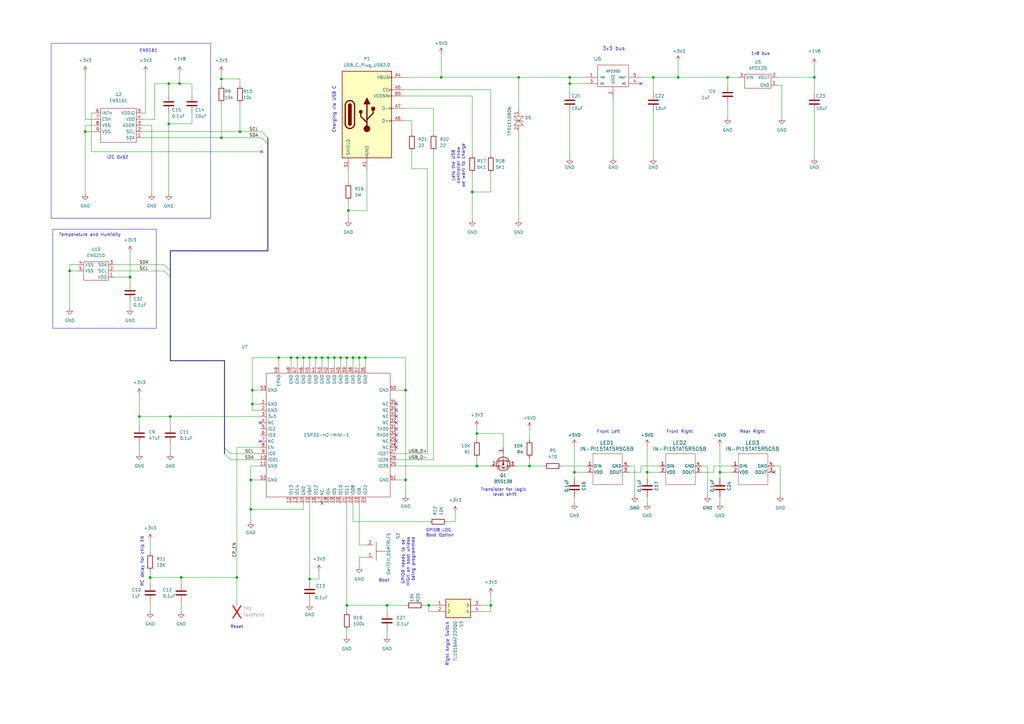
<source format=kicad_sch>
(kicad_sch (version 20250114) (generator "eeschema") (generator_version "9.0")
  (paper "A3")
  (lib_symbols
    (symbol "Connector:TestPoint" (pin_numbers (hide yes)) (pin_names (offset 0.762) (hide yes))
      (property "Reference" "TP" (at 0 6.858 0))
      (property "Value" "TestPoint" (at 0 5.08 0))
      (symbol "TestPoint_1_1"
        (pin passive line (at 0 0 90) (length 2.54) (name "1") (number "1"))
      )
    )
    (symbol "Connector:USB_C_Plug_USB2.0" (pin_names (offset 1.016))
      (property "Reference" "P" (at -10.16 19.05 0))
      (property "Value" "USB_C_Plug_USB2.0" (at 12.7 19.05 0))
      (symbol "USB_C_Plug_USB2.0_1_1"
        (pin passive line (at -7.62 -22.86 90) (length 5.08) (name "SHIELD") (number "S1"))
        (pin passive line (at 0 -22.86 90) (length 5.08) (name "GND") (number "A1"))
        (pin passive line (at 0 -22.86 90) (length 5.08) (hide yes) (name "GND") (number "A12"))
        (pin passive line (at 0 -22.86 90) (length 5.08) (hide yes) (name "GND") (number "B1"))
        (pin passive line (at 0 -22.86 90) (length 5.08) (hide yes) (name "GND") (number "B12"))
        (pin passive line (at 15.24 15.24 180) (length 5.08) (name "VBUS") (number "A4"))
        (pin passive line (at 15.24 15.24 180) (length 5.08) (hide yes) (name "VBUS") (number "A9"))
        (pin passive line (at 15.24 15.24 180) (length 5.08) (hide yes) (name "VBUS") (number "B4"))
        (pin passive line (at 15.24 15.24 180) (length 5.08) (hide yes) (name "VBUS") (number "B9"))
        (pin bidirectional line (at 15.24 10.16 180) (length 5.08) (name "CC") (number "A5"))
        (pin bidirectional line (at 15.24 7.62 180) (length 5.08) (name "VCONN") (number "B5"))
        (pin bidirectional line (at 15.24 2.54 180) (length 5.08) (name "D-") (number "A7"))
        (pin bidirectional line (at 15.24 -2.54 180) (length 5.08) (name "D+") (number "A6"))
      )
    )
    (symbol "Device:C" (pin_numbers (hide yes)) (pin_names (offset 0.254))
      (property "Reference" "C" (at 0.635 2.54 0))
      (property "Value" "C" (at 0.635 -2.54 0))
      (symbol "C_1_1"
        (pin passive line (at 0 3.81 270) (length 2.794) (name "~") (number "1"))
        (pin passive line (at 0 -3.81 90) (length 2.794) (name "~") (number "2"))
      )
    )
    (symbol "Device:R" (pin_numbers (hide yes)) (pin_names (offset 0))
      (property "Reference" "R" (at 2.032 0 90))
      (property "Value" "R" (at 0 0 90))
      (symbol "R_1_1"
        (pin passive line (at 0 3.81 270) (length 1.27) (name "~") (number "1"))
        (pin passive line (at 0 -3.81 90) (length 1.27) (name "~") (number "2"))
      )
    )
    (symbol "GND_1" (power) (pin_names (offset 0))
      (property "Value" "GND_1" (at 0 -3.81 0))
      (symbol "GND_1_1_1"
        (pin power_in line (at 0 0 270) (length 0) (hide yes) (name "GND") (number "1"))
      )
    )
    (symbol "SAMC21_breakout-rescue:+3V3-power" (power) (pin_names (offset 0))
      (property "Value" "power:+3V3" (at 0 3.556 0))
      (symbol "+3V3-power_1_1"
        (pin power_in line (at 0 0 90) (length 0) (hide yes) (name "+3V3") (number "1"))
      )
    )
    (symbol "SAMC21_breakout-rescue:AP2204" (pin_names (offset 1.016))
      (property "Reference" "U" (at -5.08 8.89 0))
      (property "Value" "AP2204" (at 0 3.81 0))
      (symbol "AP2204_1_1"
        (pin input line (at -11.43 1.27 0) (length 5.08) (name "VIN") (number "1"))
        (pin input line (at -11.43 -1.27 0) (length 5.08) (name "EN") (number "3"))
        (pin input line (at 0 -7.62 90) (length 5.08) (name "GND") (number "2"))
        (pin input line (at 11.43 1.27 180) (length 5.08) (name "VOUT") (number "5"))
        (pin input line (at 11.43 -1.27 180) (length 5.08) (name "NC") (number "4"))
      )
    )
    (symbol "SAMC21_breakout-rescue:C" (pin_numbers (hide yes)) (pin_names (offset 0.254))
      (property "Reference" "C" (at 0.635 2.54 0))
      (property "Value" "C" (at 0.635 -2.54 0))
      (symbol "C_1_1"
        (pin passive line (at 0 3.81 270) (length 2.794) (name "~") (number "1"))
        (pin passive line (at 0 -3.81 90) (length 2.794) (name "~") (number "2"))
      )
    )
    (symbol "SAMC21_breakout-rescue:GND" (power) (pin_names (offset 0))
      (property "Value" "GND" (at 0 -3.81 0))
      (symbol "GND_1_1"
        (pin power_in line (at 0 0 270) (length 0) (hide yes) (name "GND") (number "1"))
      )
    )
    (symbol "Transistor_FET:BSS138" (pin_names (hide yes))
      (property "Reference" "Q" (at 5.08 1.905 0))
      (property "Value" "BSS138" (at 5.08 0 0))
      (symbol "BSS138_1_1"
        (pin input line (at -5.08 0 0) (length 2.54) (name "G") (number "1"))
        (pin passive line (at 2.54 5.08 270) (length 2.54) (name "D") (number "3"))
        (pin passive line (at 2.54 -5.08 90) (length 2.54) (name "S") (number "2"))
      )
    )
    (symbol "custom_IC:AP2120"
      (property "Reference" "U" (at -3.81 5.08 0))
      (property "Value" "AP2120" (at 0 -3.81 0))
      (symbol "AP2120_1_1"
        (pin input line (at -7.62 1.905 0) (length 2.54) (name "GND") (number "1"))
        (pin input line (at -7.62 -1.27 0) (length 2.54) (name "VOUT") (number "2"))
        (pin input line (at 8.255 -1.27 180) (length 2.54) (name "VIN") (number "3"))
      )
    )
    (symbol "custom_IC:ENS161"
      (property "Reference" "U" (at -5.715 8.89 0))
      (property "Value" "ENS161" (at 0.635 -8.89 0))
      (symbol "ENS161_1_1"
        (pin input line (at -9.525 5.08 0) (length 2.54) (name "SDA") (number "1"))
        (pin input line (at -9.525 2.54 0) (length 2.54) (name "SCL") (number "2"))
        (pin input line (at -9.525 0 0) (length 2.54) (name "ADDR") (number "3"))
        (pin input line (at -9.525 -2.54 0) (length 2.54) (name "VDD") (number "4"))
        (pin input line (at -9.525 -5.08 0) (length 2.54) (name "VDDIO") (number "5"))
        (pin input line (at 10.16 2.54 180) (length 2.54) (name "VSS") (number "9"))
        (pin input line (at 10.16 0 180) (length 2.54) (name "VSS") (number "8"))
        (pin input line (at 10.16 -2.54 180) (length 2.54) (name "CSn") (number "7"))
        (pin input line (at 10.16 -5.08 180) (length 2.54) (name "INTn") (number "6"))
      )
    )
    (symbol "custom_IC:ENS210"
      (property "Reference" "U" (at -5.08 6.35 0))
      (property "Value" "ENS210" (at 0 -5.715 0))
      (symbol "ENS210_1_1"
        (pin input line (at -7.62 2.54 0) (length 2.54) (name "VDD") (number "1"))
        (pin input line (at -7.62 0 0) (length 2.54) (name "SCL") (number "2"))
        (pin input line (at -7.62 -2.54 0) (length 2.54) (name "SDA") (number "3"))
        (pin input line (at 7.62 0 180) (length 2.54) (name "VSS") (number "5"))
        (pin input line (at 7.62 -2.54 180) (length 2.54) (name "VSS") (number "4"))
      )
    )
    (symbol "custom_IC:ESP32-H2-MINI-1"
      (property "Reference" "U" (at -12.7 21.59 0))
      (property "Value" "ESP32-H2-MINI-1" (at 15.24 -40.005 0))
      (symbol "ESP32-H2-MINI-1_1_1"
        (pin input line (at -9.525 15.875 0) (length 2.54) (name "GND") (number "53"))
        (pin input line (at -9.525 10.16 0) (length 2.54) (name "GND") (number "1"))
        (pin input line (at -9.525 7.62 0) (length 2.54) (name "GND") (number "2"))
        (pin input line (at -9.525 5.08 0) (length 2.54) (name "3v3") (number "3"))
        (pin input line (at -9.525 2.54 0) (length 2.54) (name "NC") (number "4"))
        (pin input line (at -9.525 0 0) (length 2.54) (name "IO2") (number "5"))
        (pin input line (at -9.525 -2.54 0) (length 2.54) (name "IO3") (number "6"))
        (pin input line (at -9.525 -5.08 0) (length 2.54) (name "NC") (number "7"))
        (pin input line (at -9.525 -7.62 0) (length 2.54) (name "EN") (number "8"))
        (pin input line (at -9.525 -10.16 0) (length 2.54) (name "IO0") (number "9"))
        (pin input line (at -9.525 -12.7 0) (length 2.54) (name "IO01") (number "10"))
        (pin input line (at -9.525 -15.24 0) (length 2.54) (name "GND") (number "11"))
        (pin input line (at -9.525 -20.955 0) (length 2.54) (name "GND") (number "52"))
        (pin input line (at -1.905 25.4 270) (length 2.54) (name "EPAD") (number "49"))
        (pin input line (at 3.175 25.4 270) (length 2.54) (name "GND") (number "48"))
        (pin input line (at 3.175 -30.48 90) (length 2.54) (name "IO13") (number "12"))
        (pin input line (at 5.715 25.4 270) (length 2.54) (name "GND") (number "47"))
        (pin input line (at 5.715 -30.48 90) (length 2.54) (name "IO14") (number "13"))
        (pin input line (at 8.255 25.4 270) (length 2.54) (name "GND") (number "46"))
        (pin input line (at 8.255 -30.48 90) (length 2.54) (name "GND") (number "14"))
        (pin input line (at 10.795 25.4 270) (length 2.54) (name "GND") (number "45"))
        (pin input line (at 10.795 -30.48 90) (length 2.54) (name "VBAT") (number "15"))
        (pin input line (at 13.335 25.4 270) (length 2.54) (name "GND") (number "44"))
        (pin input line (at 13.335 -30.48 90) (length 2.54) (name "IO12") (number "16"))
        (pin input line (at 15.875 25.4 270) (length 2.54) (name "GND") (number "43"))
        (pin input line (at 15.875 -30.48 90) (length 2.54) (name "NC") (number "17"))
        (pin input line (at 18.415 25.4 270) (length 2.54) (name "GND") (number "42"))
        (pin input line (at 18.415 -30.48 90) (length 2.54) (name "IO4") (number "18"))
        (pin input line (at 20.955 25.4 270) (length 2.54) (name "GND") (number "41"))
        (pin input line (at 20.955 -30.48 90) (length 2.54) (name "IO5") (number "19"))
        (pin input line (at 23.495 25.4 270) (length 2.54) (name "GND") (number "40"))
        (pin input line (at 23.495 -30.48 90) (length 2.54) (name "IO10") (number "20"))
        (pin input line (at 26.035 25.4 270) (length 2.54) (name "GND") (number "39"))
        (pin input line (at 26.035 -30.48 90) (length 2.54) (name "IO11") (number "21"))
        (pin input line (at 28.575 25.4 270) (length 2.54) (name "GND") (number "38"))
        (pin input line (at 28.575 -30.48 90) (length 2.54) (name "IO08") (number "22"))
        (pin input line (at 31.115 25.4 270) (length 2.54) (name "GND") (number "37"))
        (pin input line (at 31.115 -30.48 90) (length 2.54) (name "IO9") (number "23"))
        (pin input line (at 33.655 25.4 270) (length 2.54) (name "GND") (number "36"))
        (pin input line (at 33.655 -30.48 90) (length 2.54) (name "IO22") (number "24"))
        (pin input line (at 46.355 15.875 180) (length 2.54) (name "GND") (number "50"))
        (pin input line (at 46.355 10.16 180) (length 2.54) (name "NC") (number "35"))
        (pin input line (at 46.355 7.62 180) (length 2.54) (name "NC") (number "34"))
        (pin input line (at 46.355 5.08 180) (length 2.54) (name "NC") (number "33"))
        (pin input line (at 46.355 2.54 180) (length 2.54) (name "NC") (number "32"))
        (pin input line (at 46.355 0 180) (length 2.54) (name "TXD0") (number "31"))
        (pin input line (at 46.355 -2.54 180) (length 2.54) (name "RXD0") (number "30"))
        (pin input line (at 46.355 -5.08 180) (length 2.54) (name "NC") (number "29"))
        (pin input line (at 46.355 -7.62 180) (length 2.54) (name "NC") (number "28"))
        (pin input line (at 46.355 -10.16 180) (length 2.54) (name "IO27") (number "27"))
        (pin input line (at 46.355 -12.7 180) (length 2.54) (name "IO26") (number "26"))
        (pin input line (at 46.355 -15.24 180) (length 2.54) (name "IO25") (number "25"))
        (pin input line (at 46.355 -20.955 180) (length 2.54) (name "GND") (number "51"))
      )
    )
    (symbol "custom_IC:IN-PI15TAT5R5G5B" (pin_names (offset 0.254))
      (property "Reference" "LED" (at 0 10.16 0))
      (property "Value" "IN-PI15TAT5R5G5B" (at 0 7.62 0))
      (symbol "IN-PI15TAT5R5G5B_1_1"
        (pin input line (at -8.255 0.635 0) (length 2.54) (name "DIN") (number "1"))
        (pin power_in line (at -8.255 -1.905 0) (length 2.54) (name "VDD") (number "2"))
        (pin power_out line (at 8.89 0.635 180) (length 2.54) (name "GND") (number "4"))
        (pin output line (at 8.89 -1.905 180) (length 2.54) (name "DOUT") (number "3"))
      )
    )
    (symbol "custom_IC:TL1016AAF220QG"
      (property "Reference" "S" (at 16.51 7.62 0))
      (property "Value" "TL1016AAF220QG" (at 16.51 5.08 0))
      (symbol "TL1016AAF220QG_1_1"
        (pin passive line (at 0 0 0) (length 5.08) (name "1") (number "1"))
        (pin passive line (at 0 -2.54 0) (length 5.08) (name "2") (number "2"))
        (pin passive line (at 20.32 0 180) (length 5.08) (name "3") (number "3"))
        (pin passive line (at 20.32 -2.54 180) (length 5.08) (name "4") (number "4"))
      )
    )
    (symbol "custom_IC:TL4100AF240QG_"
      (property "Reference" "S" (at -3.81 7.62 0))
      (property "Value" "TL4100AF240QG_" (at 0 -5.08 0))
      (symbol "TL4100AF240QG__1_1"
        (pin input line (at 3.81 3.81 180) (length 2.54) (name "") (number "1"))
        (pin input line (at 3.81 -1.27 180) (length 2.54) (name "") (number "2"))
      )
    )
    (symbol "custom_IC:TPD1E10B06DPYR"
      (property "Reference" "D" (at -3.81 5.715 0))
      (property "Value" "TPD1E10B06DPYR" (at 0 -12.065 0))
      (symbol "TPD1E10B06DPYR_1_1"
        (pin input line (at 0 4.445 270) (length 2.54) (name "") (number "1"))
        (pin input line (at 0 -4.445 90) (length 2.54) (name "") (number "2"))
      )
    )
    (symbol "power:+1V8" (power) (pin_names (offset 0))
      (property "Value" "+1V8" (at 0 3.556 0))
      (symbol "+1V8_1_1"
        (pin power_in line (at 0 0 90) (length 0) (hide yes) (name "+1V8") (number "1"))
      )
    )
    (symbol "power:+3V3" (power) (pin_names (offset 0))
      (property "Value" "+3V3" (at 0 3.556 0))
      (symbol "+3V3_1_1"
        (pin power_in line (at 0 0 90) (length 0) (hide yes) (name "+3V3") (number "1"))
      )
    )
    (symbol "power:+5VD" (power) (pin_numbers (hide yes)) (pin_names (offset 0) (hide yes))
      (property "Value" "+5VD" (at 0 3.556 0))
      (symbol "+5VD_1_1"
        (pin power_in line (at 0 0 90) (length 0) (name "~") (number "1"))
      )
    )
    (symbol "power:GND" (power) (pin_names (offset 0))
      (property "Value" "GND" (at 0 -3.81 0))
      (symbol "GND_1_1"
        (pin power_in line (at 0 0 270) (length 0) (hide yes) (name "GND") (number "1"))
      )
    )
  )
  (text "Charging via USB C" (at 137.795 54.61 90) (effects (font (size 1.27 1.27)) (justify left bottom)))
  (text "Rear Right" (at 308.61 177.165 0) (effects (font (size 1.27 1.27))))
  (text "Transistor for logic \nlevel shift" (at 207.01 201.93 0) (effects (font (size 1.27 1.27))))
  (text "GPIO8 LOG\nBoot Option" (at 174.625 220.345 0) (effects (font (size 1.27 1.27)) (justify left bottom)))
  (text "1v8 bus" (at 307.975 22.86 0) (effects (font (size 1.27 1.27)) (justify left bottom)))
  (text "Boot" (at 157.48 238.125 0) (effects (font (size 1.27 1.27))))
  (text "Right Angle Switch" (at 183.515 264.16 90) (effects (font (size 1.27 1.27))))
  (text "Lets the USB\ncontroller know\nwe want to charge" (at 187.96 67.945 90) (effects (font (size 1.27 1.27))))
  (text "Front Right" (at 278.765 177.165 0) (effects (font (size 1.27 1.27))))
  (text "ENS161" (at 57.15 21.59 0) (effects (font (size 1.27 1.27)) (justify left bottom)))
  (text "3v3 bus" (at 247.015 20.955 0) (effects (font (size 1.524 1.524)) (justify left bottom)))
  (text "GPIO9 needs to be \nHIGH on boot unless\nbeing programmed" (at 170.18 220.345 90) (effects (font (size 1.27 1.27)) (justify right bottom)))
  (text "Front Left" (at 249.555 177.165 0) (effects (font (size 1.27 1.27))))
  (text "I2C 0x52" (at 52.705 65.405 0) (effects (font (size 1.27 1.27)) (justify right bottom)))
  (text "RC delay for chip EN" (at 59.055 240.665 90) (effects (font (size 1.27 1.27)) (justify left bottom)))
  (text "Reset" (at 97.155 257.175 0) (effects (font (size 1.27 1.27))))
  (text "Temperature and Humidity" (at 24.13 97.155 0) (effects (font (size 1.27 1.27)) (justify left bottom)))
  (junction (at 139.7 146.685))
  (junction (at 212.725 31.75))
  (junction (at 28.575 111.125))
  (junction (at 103.505 160.02))
  (junction (at 34.925 53.975))
  (junction (at 180.975 31.75))
  (junction (at 127 237.49))
  (junction (at 134.62 146.685))
  (junction (at 74.295 236.855))
  (junction (at 121.92 146.685))
  (junction (at 233.68 34.29))
  (junction (at 233.68 31.75))
  (junction (at 57.15 170.815))
  (junction (at 129.54 146.685))
  (junction (at 69.85 170.815))
  (junction (at 278.13 31.75))
  (junction (at 132.08 146.685))
  (junction (at 69.215 34.29))
  (junction (at 137.16 146.685))
  (junction (at 102.87 196.85))
  (junction (at 193.675 78.74))
  (junction (at 265.43 193.675))
  (junction (at 295.275 193.675))
  (junction (at 142.24 248.285))
  (junction (at 124.46 146.685))
  (junction (at 142.24 146.685))
  (junction (at 103.505 165.735))
  (junction (at 217.17 191.135))
  (junction (at 119.38 146.685))
  (junction (at 298.45 31.75))
  (junction (at 144.78 146.685))
  (junction (at 201.295 248.285))
  (junction (at 102.87 208.915))
  (junction (at 127 146.685))
  (junction (at 195.58 177.8))
  (junction (at 175.895 248.285))
  (junction (at 114.3 146.685))
  (junction (at 97.155 236.855))
  (junction (at 235.585 193.675))
  (junction (at 142.875 86.36))
  (junction (at 334.01 31.75))
  (junction (at 166.37 196.85))
  (junction (at 90.805 32.385))
  (junction (at 98.425 53.975))
  (junction (at 53.34 113.665))
  (junction (at 166.37 160.02))
  (junction (at 90.805 56.515))
  (junction (at 73.66 34.29))
  (junction (at 149.86 146.685))
  (junction (at 147.32 146.685))
  (junction (at 267.97 31.75))
  (junction (at 61.595 236.855))
  (junction (at 158.75 248.285))
  (junction (at 69.215 50.8))
  (junction (at 195.58 191.135))
  (no_connect (at 107.315 62.23))
  (no_connect (at 162.56 175.895))
  (no_connect (at 162.56 183.515))
  (no_connect (at 162.56 180.975))
  (no_connect (at 162.56 168.275))
  (no_connect (at 162.56 173.355))
  (no_connect (at 162.56 170.815))
  (no_connect (at 106.68 180.975))
  (no_connect (at 317.5 193.675))
  (no_connect (at 262.89 34.29))
  (no_connect (at 132.08 206.375))
  (no_connect (at 162.56 165.735))
  (no_connect (at 162.56 178.435))
  (no_connect (at 106.68 173.355))
  (bus_entry (at 92.075 183.515) (size 2.54 2.54))
  (bus_entry (at 67.31 108.585) (size 2.54 2.54))
  (bus_entry (at 107.315 56.515) (size 2.54 2.54))
  (bus_entry (at 67.31 111.125) (size 2.54 2.54))
  (bus_entry (at 92.075 186.055) (size 2.54 2.54))
  (bus_entry (at 107.315 53.975) (size 2.54 2.54))
  (wire (pts (xy 298.45 42.545) (xy 298.45 48.26)))
  (wire (pts (xy 58.42 46.355) (xy 59.69 46.355)))
  (wire (pts (xy 121.92 146.685) (xy 121.92 150.495)))
  (wire (pts (xy 158.75 248.285) (xy 166.37 248.285)))
  (wire (pts (xy 267.97 31.75) (xy 278.13 31.75)))
  (wire (pts (xy 235.585 203.835) (xy 235.585 206.375)))
  (wire (pts (xy 177.8 44.45) (xy 165.735 44.45)))
  (wire (pts (xy 262.89 193.675) (xy 262.89 191.135)))
  (wire (pts (xy 158.75 258.445) (xy 158.75 260.985)))
  (wire (pts (xy 265.43 203.835) (xy 265.43 206.375)))
  (wire (pts (xy 103.505 168.275) (xy 103.505 165.735)))
  (wire (pts (xy 34.925 51.435) (xy 38.735 51.435)))
  (wire (pts (xy 94.615 188.595) (xy 106.68 188.595)))
  (wire (pts (xy 212.725 53.975) (xy 212.725 90.17)))
  (wire (pts (xy 127 206.375) (xy 127 237.49)))
  (wire (pts (xy 37.465 62.23) (xy 107.315 62.23)))
  (wire (pts (xy 142.24 248.285) (xy 158.75 248.285)))
  (wire (pts (xy 124.46 146.685) (xy 124.46 150.495)))
  (polyline (pts (xy 64.135 93.98) (xy 64.135 134.62)))
  (wire (pts (xy 46.99 113.665) (xy 53.34 113.665)))
  (wire (pts (xy 69.215 46.355) (xy 69.215 50.8)))
  (polyline (pts (xy 64.135 134.62) (xy 21.59 134.62)))
  (wire (pts (xy 124.46 146.685) (xy 127 146.685)))
  (wire (pts (xy 320.04 191.135) (xy 320.04 203.2)))
  (wire (pts (xy 267.97 64.77) (xy 267.97 45.72)))
  (polyline (pts (xy 21.59 134.62) (xy 21.59 93.98)))
  (wire (pts (xy 287.655 193.675) (xy 292.735 193.675)))
  (wire (pts (xy 127 238.76) (xy 127 237.49)))
  (wire (pts (xy 180.975 22.225) (xy 180.975 31.75)))
  (wire (pts (xy 121.92 146.685) (xy 124.46 146.685)))
  (wire (pts (xy 90.805 32.385) (xy 90.805 34.925)))
  (wire (pts (xy 212.725 31.75) (xy 233.68 31.75)))
  (wire (pts (xy 74.295 247.015) (xy 74.295 250.825)))
  (wire (pts (xy 119.38 146.685) (xy 119.38 150.495)))
  (wire (pts (xy 262.89 31.75) (xy 267.97 31.75)))
  (wire (pts (xy 278.13 31.75) (xy 278.13 25.4)))
  (wire (pts (xy 28.575 111.125) (xy 31.75 111.125)))
  (wire (pts (xy 175.895 250.825) (xy 177.8 250.825)))
  (wire (pts (xy 195.58 191.135) (xy 201.295 191.135)))
  (wire (pts (xy 78.74 34.29) (xy 73.66 34.29)))
  (wire (pts (xy 57.15 182.245) (xy 57.15 186.055)))
  (wire (pts (xy 295.275 193.675) (xy 295.275 196.215)))
  (wire (pts (xy 320.675 34.925) (xy 318.77 34.925)))
  (wire (pts (xy 69.215 50.8) (xy 78.74 50.8)))
  (wire (pts (xy 34.925 29.845) (xy 34.925 48.895)))
  (wire (pts (xy 58.42 51.435) (xy 62.23 51.435)))
  (wire (pts (xy 119.38 146.685) (xy 121.92 146.685)))
  (bus (pts (xy 69.85 113.665) (xy 69.85 147.955)))
  (wire (pts (xy 69.85 182.245) (xy 69.85 186.055)))
  (wire (pts (xy 287.655 191.135) (xy 290.195 191.135)))
  (wire (pts (xy 147.32 146.685) (xy 147.32 150.495)))
  (polyline (pts (xy 21.59 93.98) (xy 22.225 93.98)))
  (wire (pts (xy 165.735 36.83) (xy 201.295 36.83)))
  (wire (pts (xy 235.585 193.675) (xy 235.585 196.215)))
  (wire (pts (xy 28.575 111.125) (xy 28.575 126.365)))
  (wire (pts (xy 206.375 177.8) (xy 195.58 177.8)))
  (wire (pts (xy 166.37 196.85) (xy 166.37 203.2)))
  (wire (pts (xy 102.87 196.85) (xy 106.68 196.85)))
  (wire (pts (xy 217.17 187.96) (xy 217.17 191.135)))
  (wire (pts (xy 290.195 191.135) (xy 290.195 203.2)))
  (wire (pts (xy 61.595 221.615) (xy 61.595 226.695)))
  (wire (pts (xy 147.32 228.6) (xy 150.495 228.6)))
  (wire (pts (xy 114.3 146.685) (xy 119.38 146.685)))
  (wire (pts (xy 134.62 146.685) (xy 137.16 146.685)))
  (wire (pts (xy 102.87 208.915) (xy 102.87 213.995)))
  (wire (pts (xy 183.515 213.995) (xy 186.69 213.995)))
  (wire (pts (xy 144.78 213.995) (xy 175.895 213.995)))
  (wire (pts (xy 69.85 170.815) (xy 69.85 174.625)))
  (wire (pts (xy 59.69 29.845) (xy 59.69 46.355)))
  (wire (pts (xy 198.12 248.285) (xy 201.295 248.285)))
  (wire (pts (xy 175.895 248.285) (xy 175.895 250.825)))
  (wire (pts (xy 62.23 51.435) (xy 62.23 79.375)))
  (wire (pts (xy 177.8 54.61) (xy 177.8 44.45)))
  (wire (pts (xy 78.74 34.29) (xy 78.74 38.735)))
  (wire (pts (xy 149.86 146.685) (xy 166.37 146.685)))
  (bus (pts (xy 69.85 111.125) (xy 69.85 113.665)))
  (wire (pts (xy 103.505 160.02) (xy 106.68 160.02)))
  (wire (pts (xy 175.26 186.055) (xy 175.26 69.215)))
  (wire (pts (xy 149.86 146.685) (xy 149.86 150.495)))
  (wire (pts (xy 233.68 34.29) (xy 233.68 38.1)))
  (wire (pts (xy 132.08 146.685) (xy 134.62 146.685)))
  (wire (pts (xy 74.295 236.855) (xy 97.155 236.855)))
  (wire (pts (xy 132.08 146.685) (xy 132.08 150.495)))
  (wire (pts (xy 177.8 62.23) (xy 177.8 188.595)))
  (wire (pts (xy 61.595 236.855) (xy 74.295 236.855)))
  (wire (pts (xy 97.155 183.515) (xy 106.68 183.515)))
  (wire (pts (xy 206.375 183.515) (xy 206.375 177.8)))
  (wire (pts (xy 106.68 168.275) (xy 103.505 168.275)))
  (wire (pts (xy 162.56 186.055) (xy 175.26 186.055)))
  (wire (pts (xy 233.68 31.75) (xy 240.03 31.75)))
  (wire (pts (xy 295.275 182.88) (xy 295.275 193.675)))
  (wire (pts (xy 147.32 206.375) (xy 147.32 223.52)))
  (wire (pts (xy 90.805 56.515) (xy 107.315 56.515)))
  (wire (pts (xy 198.12 250.825) (xy 201.295 250.825)))
  (wire (pts (xy 38.735 46.355) (xy 37.465 46.355)))
  (wire (pts (xy 137.16 146.685) (xy 139.7 146.685)))
  (wire (pts (xy 175.895 248.285) (xy 173.99 248.285)))
  (wire (pts (xy 61.595 236.855) (xy 61.595 239.395)))
  (wire (pts (xy 147.32 146.685) (xy 149.86 146.685)))
  (wire (pts (xy 142.875 69.85) (xy 142.875 74.93)))
  (wire (pts (xy 320.675 48.26) (xy 320.675 34.925)))
  (wire (pts (xy 212.725 31.75) (xy 212.725 45.085)))
  (wire (pts (xy 34.925 51.435) (xy 34.925 53.975)))
  (wire (pts (xy 142.875 82.55) (xy 142.875 86.36)))
  (wire (pts (xy 217.17 175.895) (xy 217.17 180.34)))
  (wire (pts (xy 195.58 187.96) (xy 195.58 191.135)))
  (wire (pts (xy 168.91 69.215) (xy 168.91 62.23)))
  (wire (pts (xy 177.8 248.285) (xy 175.895 248.285)))
  (polyline (pts (xy 22.225 93.98) (xy 64.135 93.98)))
  (wire (pts (xy 28.575 108.585) (xy 28.575 111.125)))
  (wire (pts (xy 317.5 191.135) (xy 320.04 191.135)))
  (wire (pts (xy 63.5 34.29) (xy 69.215 34.29)))
  (wire (pts (xy 69.215 50.8) (xy 69.215 79.375)))
  (wire (pts (xy 230.505 191.135) (xy 240.665 191.135)))
  (wire (pts (xy 37.465 46.355) (xy 37.465 62.23)))
  (wire (pts (xy 162.56 191.135) (xy 195.58 191.135)))
  (wire (pts (xy 103.505 165.735) (xy 103.505 160.02)))
  (wire (pts (xy 295.275 203.835) (xy 295.275 206.375)))
  (wire (pts (xy 97.155 183.515) (xy 97.155 236.855)))
  (wire (pts (xy 334.01 64.77) (xy 334.01 45.72)))
  (wire (pts (xy 58.42 56.515) (xy 90.805 56.515)))
  (wire (pts (xy 142.24 146.685) (xy 144.78 146.685)))
  (wire (pts (xy 165.735 39.37) (xy 193.675 39.37)))
  (wire (pts (xy 201.295 250.825) (xy 201.295 248.285)))
  (wire (pts (xy 74.295 236.855) (xy 74.295 239.395)))
  (wire (pts (xy 262.89 191.135) (xy 270.51 191.135)))
  (polyline (pts (xy 86.36 89.535) (xy 86.36 17.78)))
  (wire (pts (xy 69.215 34.29) (xy 69.215 38.735)))
  (bus (pts (xy 109.855 102.87) (xy 69.85 102.87)))
  (wire (pts (xy 53.34 113.665) (xy 53.34 116.205)))
  (wire (pts (xy 53.34 103.505) (xy 53.34 113.665)))
  (wire (pts (xy 162.56 196.85) (xy 166.37 196.85)))
  (wire (pts (xy 292.735 191.135) (xy 300.355 191.135)))
  (wire (pts (xy 124.46 206.375) (xy 124.46 208.915)))
  (wire (pts (xy 257.81 191.135) (xy 260.35 191.135)))
  (wire (pts (xy 114.3 150.495) (xy 114.3 146.685)))
  (bus (pts (xy 92.075 183.515) (xy 92.075 186.055)))
  (wire (pts (xy 102.87 196.85) (xy 102.87 191.135)))
  (wire (pts (xy 57.15 170.815) (xy 57.15 174.625)))
  (wire (pts (xy 165.735 49.53) (xy 168.91 49.53)))
  (wire (pts (xy 142.24 146.685) (xy 142.24 150.495)))
  (wire (pts (xy 233.68 45.72) (xy 233.68 64.77)))
  (wire (pts (xy 94.615 186.055) (xy 106.68 186.055)))
  (wire (pts (xy 193.675 39.37) (xy 193.675 63.5)))
  (wire (pts (xy 195.58 177.8) (xy 195.58 180.34)))
  (wire (pts (xy 127 146.685) (xy 129.54 146.685)))
  (wire (pts (xy 298.45 31.75) (xy 298.45 34.925)))
  (wire (pts (xy 130.81 237.49) (xy 130.81 234.315)))
  (wire (pts (xy 334.01 38.1) (xy 334.01 31.75)))
  (wire (pts (xy 180.975 31.75) (xy 212.725 31.75)))
  (wire (pts (xy 102.87 191.135) (xy 106.68 191.135)))
  (wire (pts (xy 34.925 53.975) (xy 34.925 79.375)))
  (wire (pts (xy 251.46 64.77) (xy 251.46 40.64)))
  (wire (pts (xy 97.155 236.855) (xy 97.155 247.65)))
  (wire (pts (xy 278.13 31.75) (xy 298.45 31.75)))
  (wire (pts (xy 102.87 208.915) (xy 124.46 208.915)))
  (wire (pts (xy 318.77 31.75) (xy 334.01 31.75)))
  (wire (pts (xy 137.16 146.685) (xy 137.16 150.495)))
  (wire (pts (xy 211.455 191.135) (xy 217.17 191.135)))
  (bus (pts (xy 92.075 147.955) (xy 92.075 183.515)))
  (wire (pts (xy 139.7 146.685) (xy 139.7 150.495)))
  (wire (pts (xy 134.62 146.685) (xy 134.62 150.495)))
  (wire (pts (xy 98.425 32.385) (xy 90.805 32.385)))
  (wire (pts (xy 240.03 34.29) (xy 233.68 34.29)))
  (wire (pts (xy 162.56 160.02) (xy 166.37 160.02)))
  (wire (pts (xy 267.97 38.1) (xy 267.97 31.75)))
  (wire (pts (xy 90.805 32.385) (xy 90.805 29.845)))
  (wire (pts (xy 265.43 182.88) (xy 265.43 193.675)))
  (wire (pts (xy 34.925 53.975) (xy 38.735 53.975)))
  (wire (pts (xy 166.37 146.685) (xy 166.37 160.02)))
  (wire (pts (xy 298.45 31.75) (xy 302.895 31.75)))
  (wire (pts (xy 46.99 111.125) (xy 67.31 111.125)))
  (wire (pts (xy 127 246.38) (xy 127 247.65)))
  (wire (pts (xy 144.78 206.375) (xy 144.78 213.995)))
  (wire (pts (xy 162.56 188.595) (xy 177.8 188.595)))
  (wire (pts (xy 127 146.685) (xy 127 150.495)))
  (wire (pts (xy 73.66 29.845) (xy 73.66 34.29)))
  (wire (pts (xy 98.425 42.545) (xy 98.425 53.975)))
  (wire (pts (xy 102.87 196.85) (xy 102.87 208.915)))
  (wire (pts (xy 129.54 146.685) (xy 129.54 150.495)))
  (wire (pts (xy 193.675 71.12) (xy 193.675 78.74)))
  (wire (pts (xy 201.295 78.74) (xy 201.295 71.12)))
  (wire (pts (xy 147.32 228.6) (xy 147.32 232.41)))
  (wire (pts (xy 139.7 146.685) (xy 142.24 146.685)))
  (wire (pts (xy 98.425 53.975) (xy 107.315 53.975)))
  (wire (pts (xy 142.24 258.445) (xy 142.24 260.985)))
  (wire (pts (xy 193.675 78.74) (xy 193.675 90.17)))
  (wire (pts (xy 166.37 160.02) (xy 166.37 196.85)))
  (bus (pts (xy 109.855 56.515) (xy 109.855 59.055)))
  (polyline (pts (xy 20.955 89.535) (xy 86.36 89.535)))
  (bus (pts (xy 69.85 147.955) (xy 92.075 147.955)))
  (wire (pts (xy 265.43 193.675) (xy 270.51 193.675)))
  (wire (pts (xy 260.35 191.135) (xy 260.35 203.2)))
  (wire (pts (xy 257.81 193.675) (xy 262.89 193.675)))
  (wire (pts (xy 98.425 34.925) (xy 98.425 32.385)))
  (wire (pts (xy 58.42 48.895) (xy 63.5 48.895)))
  (wire (pts (xy 129.54 146.685) (xy 132.08 146.685)))
  (wire (pts (xy 144.78 146.685) (xy 144.78 150.495)))
  (wire (pts (xy 142.875 86.36) (xy 150.495 86.36)))
  (wire (pts (xy 90.805 42.545) (xy 90.805 56.515)))
  (wire (pts (xy 69.215 34.29) (xy 73.66 34.29)))
  (wire (pts (xy 235.585 182.88) (xy 235.585 193.675)))
  (wire (pts (xy 201.295 243.84) (xy 201.295 248.285)))
  (wire (pts (xy 150.495 86.36) (xy 150.495 69.85)))
  (wire (pts (xy 217.17 191.135) (xy 222.885 191.135)))
  (wire (pts (xy 186.69 210.185) (xy 186.69 213.995)))
  (wire (pts (xy 57.15 170.815) (xy 69.85 170.815)))
  (wire (pts (xy 69.85 170.815) (xy 106.68 170.815)))
  (wire (pts (xy 127 237.49) (xy 130.81 237.49)))
  (wire (pts (xy 142.875 86.36) (xy 142.875 90.17)))
  (wire (pts (xy 175.26 69.215) (xy 168.91 69.215)))
  (wire (pts (xy 165.735 31.75) (xy 180.975 31.75)))
  (wire (pts (xy 78.74 50.8) (xy 78.74 46.355)))
  (wire (pts (xy 63.5 48.895) (xy 63.5 34.29)))
  (wire (pts (xy 103.505 165.735) (xy 106.68 165.735)))
  (wire (pts (xy 34.925 48.895) (xy 38.735 48.895)))
  (wire (pts (xy 103.505 146.685) (xy 114.3 146.685)))
  (wire (pts (xy 233.68 31.75) (xy 233.68 34.29)))
  (wire (pts (xy 142.24 206.375) (xy 142.24 248.285)))
  (wire (pts (xy 235.585 193.675) (xy 240.665 193.675)))
  (wire (pts (xy 53.34 123.825) (xy 53.34 126.365)))
  (wire (pts (xy 144.78 146.685) (xy 147.32 146.685)))
  (wire (pts (xy 28.575 108.585) (xy 31.75 108.585)))
  (wire (pts (xy 58.42 53.975) (xy 98.425 53.975)))
  (wire (pts (xy 168.91 49.53) (xy 168.91 54.61)))
  (wire (pts (xy 147.32 223.52) (xy 150.495 223.52)))
  (wire (pts (xy 295.275 193.675) (xy 300.355 193.675)))
  (wire (pts (xy 201.295 36.83) (xy 201.295 63.5)))
  (wire (pts (xy 142.24 248.285) (xy 142.24 250.825)))
  (wire (pts (xy 61.595 234.315) (xy 61.595 236.855)))
  (wire (pts (xy 193.675 78.74) (xy 201.295 78.74)))
  (wire (pts (xy 195.58 175.26) (xy 195.58 177.8)))
  (wire (pts (xy 334.01 26.67) (xy 334.01 31.75)))
  (wire (pts (xy 292.735 193.675) (xy 292.735 191.135)))
  (bus (pts (xy 109.855 59.055) (xy 109.855 102.87)))
  (bus (pts (xy 69.85 102.87) (xy 69.85 111.125)))
  (wire (pts (xy 61.595 247.015) (xy 61.595 250.825)))
  (wire (pts (xy 46.99 108.585) (xy 67.31 108.585)))
  (wire (pts (xy 265.43 193.675) (xy 265.43 196.215)))
  (polyline (pts (xy 20.955 17.78) (xy 20.955 89.535)))
  (wire (pts (xy 158.75 248.285) (xy 158.75 250.825)))
  (polyline (pts (xy 20.955 17.78) (xy 86.36 17.78)))
  (wire (pts (xy 103.505 160.02) (xy 103.505 146.685)))
  (wire (pts (xy 57.15 161.925) (xy 57.15 170.815)))
  (label "SDA" (at 104.14 188.595 180))
  (label "SDA" (at 102.235 56.515 0))
  (label "USB_D+" (at 175.26 186.055 180))
  (label "SDA" (at 57.15 108.585 0))
  (label "SCL" (at 104.14 186.055 180))
  (label "SCL" (at 102.235 53.975 0))
  (label "CP_EN" (at 97.155 228.6 90))
  (label "USB_D-" (at 175.26 188.595 180))
  (label "SCL" (at 57.15 111.125 0))
  (symbol (lib_id "custom_IC:ENS161") (at 48.895 51.435 180) (unit 1)
    (property "Reference" "U2" (at 48.5775 38.735 0))
    (property "Value" "ENS161" (at 48.5775 41.275 0))
    (property "Footprint" "kicad_reformed_custom_IC:ENS161" (effects (hide yes)))
  )
  (symbol (lib_id "power:+3V3") (at 57.15 161.925 0) (unit 1)
    (property "Reference" "#PWR014" (effects (hide yes)))
    (property "Value" "+3V3" (at 57.15 156.845 0))
  )
  (symbol (lib_name "GND_1") (lib_id "power:GND") (at 166.37 203.2 0) (unit 1)
    (property "Reference" "#PWR023" (effects (hide yes)))
    (property "Value" "GND" (at 166.37 207.645 0))
  )
  (symbol (lib_id "custom_IC:TL4100AF240QG_") (at 154.305 224.79 180) (unit 1)
    (property "Reference" "S2" (at 163.195 218.44 90) (effects (justify left)))
    (property "Value" "SWITCH_0SMTRLFS" (at 159.385 218.44 90) (effects (justify left)))
    (property "Footprint" "kicad_reformed_custom_IC:SWITCH_0SMTRLFS" (effects (hide yes)))
  )
  (symbol (lib_id "power:+5VD") (at 295.275 182.88 0) (unit 1)
    (property "Reference" "#PWR010" (effects (hide yes)))
    (property "Value" "+5VD" (at 295.275 178.435 0))
    (property "Description" "Power symbol creates a global label with name \"+5VD\"" (effects (hide yes)))
  )
  (symbol (lib_id "Device:C") (at 295.275 200.025 0) (unit 1)
    (property "Reference" "C24" (at 299.085 201.295 90) (effects (justify left)))
    (property "Value" "0.1uF" (at 292.1 201.93 90) (effects (justify left)))
    (property "Footprint" "Capacitor_SMD:C_0603_1608Metric" (effects (hide yes)))
    (property "Description" "Unpolarized capacitor" (effects (hide yes)))
  )
  (symbol (lib_id "Device:C") (at 57.15 178.435 0) (unit 1)
    (property "Reference" "C9" (at 60.96 177.165 0) (effects (justify left)))
    (property "Value" "47uF" (at 60.96 179.705 0) (effects (justify left)))
    (property "Footprint" "Capacitor_SMD:C_0603_1608Metric" (effects (hide yes)))
  )
  (symbol (lib_id "power:+3V3") (at 61.595 221.615 0) (unit 1)
    (property "Reference" "#PWR016" (effects (hide yes)))
    (property "Value" "+3V3" (at 61.595 216.535 0))
  )
  (symbol (lib_id "Device:R") (at 142.24 254.635 0) (unit 1)
    (property "Reference" "R19" (at 144.78 253.3649 0) (effects (justify left)))
    (property "Value" "100k" (at 144.78 255.9049 0) (effects (justify left)))
    (property "Footprint" "Resistor_SMD:R_0603_1608Metric" (effects (hide yes)))
  )
  (symbol (lib_name "GND_1") (lib_id "power:GND") (at 102.87 213.995 0) (unit 1)
    (property "Reference" "#PWR020" (effects (hide yes)))
    (property "Value" "GND" (at 102.87 218.44 0))
  )
  (symbol (lib_id "power:GND") (at 260.35 203.2 0) (unit 1)
    (property "Reference" "#PWR058" (effects (hide yes)))
    (property "Value" "GND" (at 260.35 208.28 0))
    (property "Description" "Power symbol creates a global label with name \"GND\" , ground" (effects (hide yes)))
  )
  (symbol (lib_id "custom_IC:TPD1E10B06DPYR") (at 212.725 49.53 0) (unit 1)
    (property "Reference" "D5" (at 215.265 48.2599 0) (effects (justify left)))
    (property "Value" "TPD1E10B06" (at 208.915 55.88 90) (effects (justify left)))
    (property "Footprint" "Diode_SMD:D_SOD-523" (effects (hide yes)))
  )
  (symbol (lib_id "power:GND") (at 235.585 206.375 0) (unit 1)
    (property "Reference" "#PWR062" (effects (hide yes)))
    (property "Value" "GND" (at 235.585 211.455 0))
    (property "Description" "Power symbol creates a global label with name \"GND\" , ground" (effects (hide yes)))
  )
  (symbol (lib_id "power:GND") (at 298.45 48.26 0) (unit 1)
    (property "Reference" "#PWR0176" (effects (hide yes)))
    (property "Value" "GND" (at 298.45 53.34 0))
  )
  (symbol (lib_id "Device:R") (at 142.875 78.74 0) (unit 1)
    (property "Reference" "R16" (at 145.415 77.4699 0) (effects (justify left)))
    (property "Value" "1M" (at 145.415 80.0099 0) (effects (justify left)))
    (property "Footprint" "Resistor_SMD:R_0603_1608Metric" (effects (hide yes)))
  )
  (symbol (lib_id "Device:R") (at 217.17 184.15 180) (unit 1)
    (property "Reference" "R4" (at 214.63 185.42 0) (effects (justify left)))
    (property "Value" "10K" (at 214.63 182.88 0) (effects (justify left)))
    (property "Footprint" "Resistor_SMD:R_0603_1608Metric" (effects (hide yes)))
  )
  (symbol (lib_id "power:GND") (at 295.275 206.375 0) (unit 1)
    (property "Reference" "#PWR064" (effects (hide yes)))
    (property "Value" "GND" (at 295.275 211.455 0))
    (property "Description" "Power symbol creates a global label with name \"GND\" , ground" (effects (hide yes)))
  )
  (symbol (lib_id "power:GND") (at 61.595 250.825 0) (unit 1)
    (property "Reference" "#PWR017" (effects (hide yes)))
    (property "Value" "GND" (at 61.595 255.905 0))
  )
  (symbol (lib_id "power:GND") (at 193.675 90.17 0) (unit 1)
    (property "Reference" "#PWR034" (effects (hide yes)))
    (property "Value" "GND" (at 193.675 95.25 0))
  )
  (symbol (lib_id "power:+5VD") (at 235.585 182.88 0) (unit 1)
    (property "Reference" "#PWR08" (effects (hide yes)))
    (property "Value" "+5VD" (at 235.585 178.435 0))
    (property "Description" "Power symbol creates a global label with name \"+5VD\"" (effects (hide yes)))
  )
  (symbol (lib_id "power:+3V3") (at 90.805 29.845 0) (unit 1)
    (property "Reference" "#PWR0126" (effects (hide yes)))
    (property "Value" "+3V3" (at 90.805 24.765 0))
  )
  (symbol (lib_id "power:GND") (at 34.925 79.375 0) (unit 1)
    (property "Reference" "#PWR0132" (effects (hide yes)))
    (property "Value" "GND" (at 34.925 84.455 0))
  )
  (symbol (lib_id "power:+3V3") (at 59.69 29.845 0) (unit 1)
    (property "Reference" "#PWR0131" (effects (hide yes)))
    (property "Value" "+3V3" (at 59.69 24.765 0))
  )
  (symbol (lib_id "power:+3V3") (at 201.295 243.84 0) (unit 1)
    (property "Reference" "#PWR072" (effects (hide yes)))
    (property "Value" "+3V3" (at 201.295 238.76 0))
  )
  (symbol (lib_id "Device:C") (at 127 242.57 0) (unit 1)
    (property "Reference" "C13" (at 129.54 240.284 0) (effects (justify left)))
    (property "Value" "0.1uF" (at 129.032 245.11 0) (effects (justify left)))
    (property "Footprint" "Capacitor_SMD:C_0603_1608Metric" (effects (hide yes)))
  )
  (symbol (lib_id "Device:R") (at 177.8 58.42 0) (unit 1)
    (property "Reference" "R22" (at 180.34 57.1499 0) (effects (justify left)))
    (property "Value" "22" (at 180.34 59.6899 0) (effects (justify left)))
    (property "Footprint" "Resistor_SMD:R_0603_1608Metric" (effects (hide yes)))
  )
  (symbol (lib_id "power:+1V8") (at 73.66 29.845 0) (unit 1)
    (property "Reference" "#PWR0178" (effects (hide yes)))
    (property "Value" "+1V8" (at 73.66 24.13 0))
  )
  (symbol (lib_id "power:GND") (at 142.24 260.985 0) (unit 1)
    (property "Reference" "#PWR070" (effects (hide yes)))
    (property "Value" "GND" (at 142.24 266.065 0))
  )
  (symbol (lib_id "custom_IC:IN-PI15TAT5R5G5B") (at 308.61 191.77 0) (unit 1)
    (property "Reference" "LED3" (at 308.61 181.61 0) (effects (font (size 1.524 1.524))))
    (property "Value" "IN-PI15TAT5R5G5B" (at 308.61 184.15 0) (effects (font (size 1.524 1.524))))
    (property "Footprint" "custom_IC:IN-PI15_INL" (effects (hide yes)))
    (property "Datasheet" "IN-PI15TAT5R5G5B" (effects (hide yes)))
  )
  (symbol (lib_id "Device:C") (at 235.585 200.025 0) (unit 1)
    (property "Reference" "C16" (at 239.395 201.295 90) (effects (justify left)))
    (property "Value" "0.1uF" (at 232.41 201.93 90) (effects (justify left)))
    (property "Footprint" "Capacitor_SMD:C_0603_1608Metric" (effects (hide yes)))
    (property "Description" "Unpolarized capacitor" (effects (hide yes)))
  )
  (symbol (lib_id "power:GND") (at 62.23 79.375 0) (unit 1)
    (property "Reference" "#PWR0134" (effects (hide yes)))
    (property "Value" "GND" (at 62.23 84.455 0))
  )
  (symbol (lib_id "SAMC21_breakout-rescue:GND") (at 267.97 64.77 0) (unit 1)
    (property "Reference" "#PWR056" (effects (hide yes)))
    (property "Value" "GND" (at 267.97 68.58 0))
  )
  (symbol (lib_id "Device:C") (at 69.85 178.435 0) (unit 1)
    (property "Reference" "C11" (at 73.66 177.1649 0) (effects (justify left)))
    (property "Value" "0.1uF" (at 73.66 179.7049 0) (effects (justify left)))
    (property "Footprint" "Capacitor_SMD:C_0603_1608Metric" (effects (hide yes)))
  )
  (symbol (lib_id "power:GND") (at 74.295 250.825 0) (unit 1)
    (property "Reference" "#PWR019" (effects (hide yes)))
    (property "Value" "GND" (at 74.295 255.905 0))
  )
  (symbol (lib_id "Device:R") (at 193.675 67.31 0) (unit 1)
    (property "Reference" "R17" (at 195.58 66.0399 0) (effects (justify left)))
    (property "Value" "5K1" (at 195.58 68.5799 0) (effects (justify left)))
    (property "Footprint" "Resistor_SMD:R_0603_1608Metric" (effects (hide yes)))
  )
  (symbol (lib_id "power:GND") (at 69.85 186.055 0) (unit 1)
    (property "Reference" "#PWR018" (effects (hide yes)))
    (property "Value" "GND" (at 69.85 191.135 0))
  )
  (symbol (lib_id "Device:C") (at 265.43 200.025 0) (unit 1)
    (property "Reference" "C17" (at 269.24 201.295 90) (effects (justify left)))
    (property "Value" "0.1uF" (at 262.255 201.93 90) (effects (justify left)))
    (property "Footprint" "Capacitor_SMD:C_0603_1608Metric" (effects (hide yes)))
    (property "Description" "Unpolarized capacitor" (effects (hide yes)))
  )
  (symbol (lib_id "power:GND") (at 53.34 126.365 0) (unit 1)
    (property "Reference" "#PWR013" (effects (hide yes)))
    (property "Value" "GND" (at 53.34 131.445 0))
  )
  (symbol (lib_id "custom_IC:ESP32-H2-MINI-1") (at 116.205 175.895 0) (unit 1)
    (property "Reference" "U7" (at 100.33 142.24 0))
    (property "Value" "ESP32-H2-MINI-1" (at 133.985 178.435 0))
    (property "Footprint" "kicad_reformed_custom_IC:MODULE_ESP32-H2-MINI-1-H2" (effects (hide yes)))
  )
  (symbol (lib_id "power:GND") (at 147.32 232.41 0) (unit 1)
    (property "Reference" "#PWR068" (effects (hide yes)))
    (property "Value" "GND" (at 147.32 237.49 0))
  )
  (symbol (lib_id "power:+3V3") (at 186.69 210.185 0) (unit 1)
    (property "Reference" "#PWR024" (effects (hide yes)))
    (property "Value" "+3V3" (at 186.69 205.105 0))
  )
  (symbol (lib_id "Transistor_FET:BSS138") (at 206.375 188.595 270) (unit 1)
    (property "Reference" "Q1" (at 206.375 194.945 90))
    (property "Value" "BSS138" (at 206.375 197.485 90))
    (property "Footprint" "Package_TO_SOT_SMD:SOT-23" (effects (hide yes)))
    (property "Datasheet" "https://www.onsemi.com/pub/Collateral/BSS138-D.PDF" (effects (hide yes)))
    (property "Description" "50V Vds, 0.22A Id, N-Channel MOSFET, SOT-23" (effects (hide yes)))
  )
  (symbol (lib_id "power:+3V3") (at 53.34 103.505 0) (unit 1)
    (property "Reference" "#PWR012" (effects (hide yes)))
    (property "Value" "+3V3" (at 53.34 98.425 0))
  )
  (symbol (lib_id "Device:R") (at 61.595 230.505 0) (unit 1)
    (property "Reference" "R11" (at 64.135 229.2349 0) (effects (justify left)))
    (property "Value" "10K" (at 64.135 231.7749 0) (effects (justify left)))
    (property "Footprint" "Resistor_SMD:R_0603_1608Metric" (effects (hide yes)))
  )
  (symbol (lib_id "SAMC21_breakout-rescue:AP2204") (at 251.46 33.02 0) (unit 1)
    (property "Reference" "U6" (at 245.11 24.13 0) (effects (font (size 1.524 1.524))))
    (property "Value" "AP2205" (at 251.46 29.21 0) (effects (font (size 1.016 1.016))))
    (property "Footprint" "kicad_reformed_custom_IC:AP2204" (effects (hide yes)))
  )
  (symbol (lib_id "Device:C") (at 158.75 254.635 0) (unit 1)
    (property "Reference" "C27" (at 162.56 253.3649 0) (effects (justify left)))
    (property "Value" "0.1uF" (at 162.56 255.9049 0) (effects (justify left)))
    (property "Footprint" "Capacitor_SMD:C_0603_1608Metric" (effects (hide yes)))
  )
  (symbol (lib_id "SAMC21_breakout-rescue:+3V3-power") (at 278.13 25.4 0) (unit 1)
    (property "Reference" "#PWR05" (effects (hide yes)))
    (property "Value" "+3V3" (at 278.511 21.0058 0))
  )
  (symbol (lib_id "Device:C") (at 298.45 38.735 0) (unit 1)
    (property "Reference" "C5" (at 290.83 37.465 0) (effects (justify left)))
    (property "Value" "1uF" (at 287.655 40.005 0) (effects (justify left)))
    (property "Footprint" "Capacitor_SMD:C_0603_1608Metric" (effects (hide yes)))
  )
  (symbol (lib_id "power:GND") (at 265.43 206.375 0) (unit 1)
    (property "Reference" "#PWR063" (effects (hide yes)))
    (property "Value" "GND" (at 265.43 211.455 0))
    (property "Description" "Power symbol creates a global label with name \"GND\" , ground" (effects (hide yes)))
  )
  (symbol (lib_id "power:GND") (at 212.725 90.17 0) (unit 1)
    (property "Reference" "#PWR037" (effects (hide yes)))
    (property "Value" "GND" (at 212.725 95.25 0))
  )
  (symbol (lib_id "SAMC21_breakout-rescue:GND") (at 251.46 64.77 0) (unit 1)
    (property "Reference" "#PWR055" (effects (hide yes)))
    (property "Value" "GND" (at 251.46 68.58 0))
  )
  (symbol (lib_id "power:GND") (at 69.215 79.375 0) (unit 1)
    (property "Reference" "#PWR0130" (effects (hide yes)))
    (property "Value" "GND" (at 69.215 84.455 0))
  )
  (symbol (lib_id "custom_IC:AP2120") (at 311.15 33.02 180) (unit 1)
    (property "Reference" "U5" (at 310.8325 25.4 0))
    (property "Value" "AP2120" (at 310.8325 27.94 0))
    (property "Footprint" "Package_TO_SOT_SMD:SOT-23" (effects (hide yes)))
  )
  (symbol (lib_id "SAMC21_breakout-rescue:GND") (at 233.68 64.77 0) (unit 1)
    (property "Reference" "#PWR054" (effects (hide yes)))
    (property "Value" "GND" (at 233.68 68.58 0))
  )
  (symbol (lib_id "power:GND") (at 290.195 203.2 0) (unit 1)
    (property "Reference" "#PWR059" (effects (hide yes)))
    (property "Value" "GND" (at 290.195 208.28 0))
    (property "Description" "Power symbol creates a global label with name \"GND\" , ground" (effects (hide yes)))
  )
  (symbol (lib_id "custom_IC:IN-PI15TAT5R5G5B") (at 248.92 191.77 0) (unit 1)
    (property "Reference" "LED1" (at 248.92 181.61 0) (effects (font (size 1.524 1.524))))
    (property "Value" "IN-PI15TAT5R5G5B" (at 248.92 184.15 0) (effects (font (size 1.524 1.524))))
    (property "Footprint" "custom_IC:IN-PI15_INL" (effects (hide yes)))
    (property "Datasheet" "IN-PI15TAT5R5G5B" (effects (hide yes)))
  )
  (symbol (lib_id "SAMC21_breakout-rescue:C") (at 267.97 41.91 0) (unit 1)
    (property "Reference" "C22" (at 268.605 39.37 0) (effects (justify left)))
    (property "Value" "10uF" (at 268.605 44.45 0) (effects (justify left)))
    (property "Footprint" "Capacitor_SMD:C_0603_1608Metric" (effects (hide yes)))
  )
  (symbol (lib_id "Device:C") (at 78.74 42.545 0) (unit 1)
    (property "Reference" "C14" (at 80.01 45.085 0) (effects (justify left)))
    (property "Value" "10uF" (at 80.01 47.625 0) (effects (justify left)))
    (property "Footprint" "Capacitor_SMD:C_0603_1608Metric" (effects (hide yes)))
  )
  (symbol (lib_id "Device:C") (at 53.34 120.015 0) (unit 1)
    (property "Reference" "C32" (at 54.61 122.555 0) (effects (justify left)))
    (property "Value" "0.1uF" (at 54.61 125.095 0) (effects (justify left)))
    (property "Footprint" "Capacitor_SMD:C_0603_1608Metric" (effects (hide yes)))
  )
  (symbol (lib_id "Device:R") (at 170.18 248.285 90) (unit 1)
    (property "Reference" "R20" (at 171.45 243.205 0) (effects (justify right)))
    (property "Value" "10k" (at 168.91 243.205 0) (effects (justify right)))
    (property "Footprint" "Resistor_SMD:R_0603_1608Metric" (effects (hide yes)))
  )
  (symbol (lib_id "SAMC21_breakout-rescue:C") (at 334.01 41.91 0) (unit 1)
    (property "Reference" "C23" (at 334.645 39.37 0) (effects (justify left)))
    (property "Value" "10uF" (at 334.645 44.45 0) (effects (justify left)))
    (property "Footprint" "Capacitor_SMD:C_0603_1608Metric" (effects (hide yes)))
  )
  (symbol (lib_id "custom_IC:ENS210") (at 39.37 111.125 180) (unit 1)
    (property "Reference" "U10" (at 39.37 102.235 0))
    (property "Value" "ENS210" (at 39.37 104.775 0))
    (property "Footprint" "kicad_reformed_custom_IC:ENS210" (effects (hide yes)))
  )
  (symbol (lib_id "power:GND") (at 320.675 48.26 0) (unit 1)
    (property "Reference" "#PWR0175" (effects (hide yes)))
    (property "Value" "GND" (at 320.675 53.34 0))
  )
  (symbol (lib_id "power:+3V3") (at 195.58 175.26 0) (unit 1)
    (property "Reference" "#PWR029" (effects (hide yes)))
    (property "Value" "+3V3" (at 195.58 170.18 0))
    (property "Description" "Power symbol creates a global label with name \"+3V3\"" (effects (hide yes)))
  )
  (symbol (lib_id "Device:R") (at 168.91 58.42 180) (unit 1)
    (property "Reference" "R21" (at 171.45 57.1499 0) (effects (justify right)))
    (property "Value" "22" (at 171.45 59.6899 0) (effects (justify right)))
    (property "Footprint" "Resistor_SMD:R_0603_1608Metric" (effects (hide yes)))
  )
  (symbol (lib_id "power:GND") (at 127 247.65 0) (unit 1)
    (property "Reference" "#PWR027" (effects (hide yes)))
    (property "Value" "GND" (at 127 252.095 0))
  )
  (symbol (lib_id "Device:C") (at 69.215 42.545 0) (unit 1)
    (property "Reference" "C15" (at 70.485 45.085 0) (effects (justify left)))
    (property "Value" "0.1uF" (at 70.485 47.625 0) (effects (justify left)))
    (property "Footprint" "Capacitor_SMD:C_0603_1608Metric" (effects (hide yes)))
  )
  (symbol (lib_id "power:+3V3") (at 34.925 29.845 0) (unit 1)
    (property "Reference" "#PWR0173" (effects (hide yes)))
    (property "Value" "+3V3" (at 34.925 24.765 0))
  )
  (symbol (lib_id "power:+3V3") (at 130.81 234.315 0) (unit 1)
    (property "Reference" "#PWR021" (effects (hide yes)))
    (property "Value" "+3V3" (at 130.81 229.235 0))
  )
  (symbol (lib_id "power:+1V8") (at 334.01 26.67 0) (unit 1)
    (property "Reference" "#PWR0174" (effects (hide yes)))
    (property "Value" "+1V8" (at 334.01 20.955 0))
  )
  (symbol (lib_id "SAMC21_breakout-rescue:GND") (at 334.01 64.77 0) (unit 1)
    (property "Reference" "#PWR057" (effects (hide yes)))
    (property "Value" "GND" (at 334.01 68.58 0))
  )
  (symbol (lib_id "Device:R") (at 195.58 184.15 180) (unit 1)
    (property "Reference" "R1" (at 193.04 185.42 0) (effects (justify left)))
    (property "Value" "10K" (at 193.04 182.88 0) (effects (justify left)))
    (property "Footprint" "Resistor_SMD:R_0603_1608Metric" (effects (hide yes)))
  )
  (symbol (lib_id "power:GND") (at 320.04 203.2 0) (unit 1)
    (property "Reference" "#PWR060" (effects (hide yes)))
    (property "Value" "GND" (at 320.04 208.28 0))
    (property "Description" "Power symbol creates a global label with name \"GND\" , ground" (effects (hide yes)))
  )
  (symbol (lib_id "Connector:TestPoint") (at 97.155 247.65 180) (unit 1) (in_bom no) (dnp yes)
    (property "Reference" "TP2" (at 99.695 249.6819 0) (effects (justify right)))
    (property "Value" "TestPoint" (at 99.695 252.2219 0) (effects (justify right)))
    (property "Footprint" "TestPoint:TestPoint_Pad_1.5x1.5mm" (effects (hide yes)))
    (property "Description" "test point" (effects (hide yes)))
  )
  (symbol (lib_id "power:+5VD") (at 265.43 182.88 0) (unit 1)
    (property "Reference" "#PWR09" (effects (hide yes)))
    (property "Value" "+5VD" (at 265.43 178.435 0))
    (property "Description" "Power symbol creates a global label with name \"+5VD\"" (effects (hide yes)))
  )
  (symbol (lib_id "Device:C") (at 61.595 243.205 0) (unit 1)
    (property "Reference" "C10" (at 53.975 241.935 0) (effects (justify left)))
    (property "Value" "1uF" (at 53.975 244.475 0) (effects (justify left)))
    (property "Footprint" "Capacitor_SMD:C_0603_1608Metric" (effects (hide yes)))
  )
  (symbol (lib_id "Device:R") (at 98.425 38.735 0) (unit 1)
    (property "Reference" "R10" (at 99.695 37.465 0) (effects (justify left)))
    (property "Value" "10k" (at 99.695 40.005 0) (effects (justify left)))
    (property "Footprint" "Resistor_SMD:R_0603_1608Metric" (effects (hide yes)))
  )
  (symbol (lib_id "Device:C") (at 74.295 243.205 0) (unit 1)
    (property "Reference" "C12" (at 66.675 241.935 0) (effects (justify left)))
    (property "Value" "0.1uF" (at 66.675 244.475 0) (effects (justify left)))
    (property "Footprint" "Capacitor_SMD:C_0603_1608Metric" (effects (hide yes)))
  )
  (symbol (lib_id "Device:R") (at 179.705 213.995 90) (unit 1)
    (property "Reference" "R12" (at 178.435 211.455 0) (effects (justify left)))
    (property "Value" "10K" (at 180.975 211.455 0) (effects (justify left)))
    (property "Footprint" "Resistor_SMD:R_0603_1608Metric" (effects (hide yes)))
  )
  (symbol (lib_id "Device:R") (at 226.695 191.135 90) (unit 1)
    (property "Reference" "R5" (at 226.695 184.785 90))
    (property "Value" "470" (at 226.695 187.325 90))
    (property "Footprint" "Resistor_SMD:R_0603_1608Metric" (effects (hide yes)))
    (property "Description" "Resistor" (effects (hide yes)))
  )
  (symbol (lib_id "power:GND") (at 142.875 90.17 0) (unit 1)
    (property "Reference" "#PWR033" (effects (hide yes)))
    (property "Value" "GND" (at 142.875 95.25 0))
  )
  (symbol (lib_id "power:+5VD") (at 217.17 175.895 0) (unit 1)
    (property "Reference" "#PWR07" (effects (hide yes)))
    (property "Value" "+5VD" (at 217.17 171.45 0))
    (property "Description" "Power symbol creates a global label with name \"+5VD\"" (effects (hide yes)))
  )
  (symbol (lib_id "power:GND") (at 28.575 126.365 0) (unit 1)
    (property "Reference" "#PWR011" (effects (hide yes)))
    (property "Value" "GND" (at 28.575 131.445 0))
  )
  (symbol (lib_id "power:GND") (at 57.15 186.055 0) (unit 1)
    (property "Reference" "#PWR015" (effects (hide yes)))
    (property "Value" "GND" (at 57.15 191.135 0))
  )
  (symbol (lib_id "power:GND") (at 158.75 260.985 0) (unit 1)
    (property "Reference" "#PWR071" (effects (hide yes)))
    (property "Value" "GND" (at 158.75 266.065 0))
  )
  (symbol (lib_id "Device:R") (at 90.805 38.735 0) (unit 1)
    (property "Reference" "R9" (at 92.075 37.465 0) (effects (justify left)))
    (property "Value" "10k" (at 92.075 40.005 0) (effects (justify left)))
    (property "Footprint" "Resistor_SMD:R_0603_1608Metric" (effects (hide yes)))
  )
  (symbol (lib_id "custom_IC:IN-PI15TAT5R5G5B") (at 278.765 191.77 0) (unit 1)
    (property "Reference" "LED2" (at 278.765 181.61 0) (effects (font (size 1.524 1.524))))
    (property "Value" "IN-PI15TAT5R5G5B" (at 278.765 184.15 0) (effects (font (size 1.524 1.524))))
    (property "Footprint" "custom_IC:IN-PI15_INL" (effects (hide yes)))
    (property "Datasheet" "IN-PI15TAT5R5G5B" (effects (hide yes)))
  )
  (symbol (lib_id "custom_IC:TL1016AAF220QG") (at 177.8 248.285 0) (unit 1)
    (property "Reference" "S3" (at 189.2301 254.635 90) (effects (justify right)))
    (property "Value" "TL1016AAF220QG" (at 186.6901 254.635 90) (effects (justify right)))
    (property "Footprint" "custom_IC:TL1016AAF220QG" (effects (hide yes)))
    (property "Datasheet" "https://configured-product-images.s3.amazonaws.com/2D/specs/TL1016AAF220QG.pdf" (effects (hide yes)))
    (property "Description" "TACT, 50mA, 12VDC SPST-NO, Off-(On) Surface Mount, Right Angle" (effects (hide yes)))
    (property "Height" "1.35" (effects (hide yes)))
    (property "Mouser Part Number" "612-TL1016AAF220QG" (effects (hide yes)))
    (property "Mouser Price/Stock" "https://www.mouser.co.uk/ProductDetail/E-Switch/TL1016AAF220QG?qs=t7xnP681wgW5zrSpkWH91Q%3D%3D" (effects (hide yes)))
    (property "Manufacturer_Name" "E-Switch" (effects (hide yes)))
    (property "Manufacturer_Part_Number" "TL1016AAF220QG" (effects (hide yes)))
  )
  (symbol (lib_id "SAMC21_breakout-rescue:C") (at 233.68 41.91 0) (unit 1)
    (property "Reference" "C21" (at 234.315 39.37 0) (effects (justify left)))
    (property "Value" "10uF" (at 234.315 44.45 0) (effects (justify left)))
    (property "Footprint" "Capacitor_SMD:C_0603_1608Metric" (effects (hide yes)))
  )
  (symbol (lib_id "power:+5VD") (at 180.975 22.225 0) (unit 1)
    (property "Reference" "#PWR06" (effects (hide yes)))
    (property "Value" "+5VD" (at 180.975 17.78 0))
    (property "Description" "Power symbol creates a global label with name \"+5VD\"" (effects (hide yes)))
  )
  (symbol (lib_id "Connector:USB_C_Plug_USB2.0") (at 150.495 46.99 0) (unit 1)
    (property "Reference" "P1" (at 150.495 24.13 0))
    (property "Value" "USB_C_Plug_USB2.0" (at 150.495 26.67 0))
    (property "Footprint" "kicad_reformed_custom_IC:GCT_USB4105-GF-A" (effects (hide yes)))
    (property "Datasheet" "https://www.usb.org/sites/default/files/documents/usb_type-c.zip" (effects (hide yes)))
  )
  (symbol (lib_id "Device:R") (at 201.295 67.31 0) (unit 1)
    (property "Reference" "R18" (at 203.2 66.0399 0) (effects (justify left)))
    (property "Value" "5K1" (at 203.2 68.5799 0) (effects (justify left)))
    (property "Footprint" "Resistor_SMD:R_0603_1608Metric" (effects (hide yes)))
  )
)
</source>
